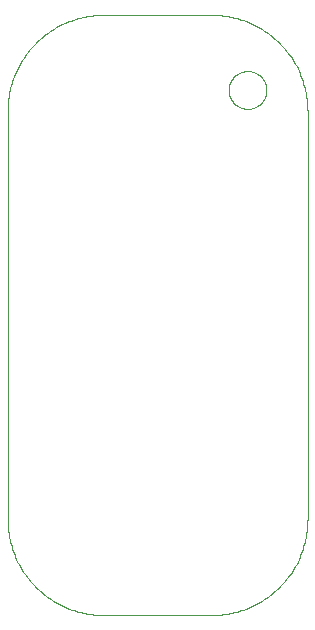
<source format=gko>
G75*
%MOIN*%
%OFA0B0*%
%FSLAX25Y25*%
%IPPOS*%
%LPD*%
%AMOC8*
5,1,8,0,0,1.08239X$1,22.5*
%
%ADD10C,0.00000*%
D10*
X0001800Y0033816D02*
X0001800Y0169784D01*
X0001810Y0170570D01*
X0001839Y0171355D01*
X0001887Y0172139D01*
X0001954Y0172922D01*
X0002041Y0173703D01*
X0002147Y0174482D01*
X0002271Y0175258D01*
X0002415Y0176030D01*
X0002578Y0176799D01*
X0002759Y0177563D01*
X0002960Y0178323D01*
X0003179Y0179078D01*
X0003416Y0179827D01*
X0003672Y0180570D01*
X0003945Y0181306D01*
X0004237Y0182036D01*
X0004547Y0182758D01*
X0004874Y0183473D01*
X0005219Y0184179D01*
X0005580Y0184876D01*
X0005959Y0185565D01*
X0006355Y0186244D01*
X0006767Y0186912D01*
X0007196Y0187571D01*
X0007640Y0188219D01*
X0008101Y0188856D01*
X0008576Y0189481D01*
X0009067Y0190095D01*
X0009573Y0190696D01*
X0010094Y0191285D01*
X0010629Y0191860D01*
X0011177Y0192423D01*
X0011740Y0192971D01*
X0012315Y0193506D01*
X0012904Y0194027D01*
X0013505Y0194533D01*
X0014119Y0195024D01*
X0014744Y0195499D01*
X0015381Y0195960D01*
X0016029Y0196404D01*
X0016688Y0196833D01*
X0017356Y0197245D01*
X0018035Y0197641D01*
X0018724Y0198020D01*
X0019421Y0198381D01*
X0020127Y0198726D01*
X0020842Y0199053D01*
X0021564Y0199363D01*
X0022294Y0199655D01*
X0023030Y0199928D01*
X0023773Y0200184D01*
X0024522Y0200421D01*
X0025277Y0200640D01*
X0026037Y0200841D01*
X0026801Y0201022D01*
X0027570Y0201185D01*
X0028342Y0201329D01*
X0029118Y0201453D01*
X0029897Y0201559D01*
X0030678Y0201646D01*
X0031461Y0201713D01*
X0032245Y0201761D01*
X0033030Y0201790D01*
X0033816Y0201800D01*
X0069784Y0201800D01*
X0075501Y0176800D02*
X0075503Y0176958D01*
X0075509Y0177116D01*
X0075519Y0177274D01*
X0075533Y0177432D01*
X0075551Y0177589D01*
X0075572Y0177746D01*
X0075598Y0177902D01*
X0075628Y0178058D01*
X0075661Y0178213D01*
X0075699Y0178366D01*
X0075740Y0178519D01*
X0075785Y0178671D01*
X0075834Y0178822D01*
X0075887Y0178971D01*
X0075943Y0179119D01*
X0076003Y0179265D01*
X0076067Y0179410D01*
X0076135Y0179553D01*
X0076206Y0179695D01*
X0076280Y0179835D01*
X0076358Y0179972D01*
X0076440Y0180108D01*
X0076524Y0180242D01*
X0076613Y0180373D01*
X0076704Y0180502D01*
X0076799Y0180629D01*
X0076896Y0180754D01*
X0076997Y0180876D01*
X0077101Y0180995D01*
X0077208Y0181112D01*
X0077318Y0181226D01*
X0077431Y0181337D01*
X0077546Y0181446D01*
X0077664Y0181551D01*
X0077785Y0181653D01*
X0077908Y0181753D01*
X0078034Y0181849D01*
X0078162Y0181942D01*
X0078292Y0182032D01*
X0078425Y0182118D01*
X0078560Y0182202D01*
X0078696Y0182281D01*
X0078835Y0182358D01*
X0078976Y0182430D01*
X0079118Y0182500D01*
X0079262Y0182565D01*
X0079408Y0182627D01*
X0079555Y0182685D01*
X0079704Y0182740D01*
X0079854Y0182791D01*
X0080005Y0182838D01*
X0080157Y0182881D01*
X0080310Y0182920D01*
X0080465Y0182956D01*
X0080620Y0182987D01*
X0080776Y0183015D01*
X0080932Y0183039D01*
X0081089Y0183059D01*
X0081247Y0183075D01*
X0081404Y0183087D01*
X0081563Y0183095D01*
X0081721Y0183099D01*
X0081879Y0183099D01*
X0082037Y0183095D01*
X0082196Y0183087D01*
X0082353Y0183075D01*
X0082511Y0183059D01*
X0082668Y0183039D01*
X0082824Y0183015D01*
X0082980Y0182987D01*
X0083135Y0182956D01*
X0083290Y0182920D01*
X0083443Y0182881D01*
X0083595Y0182838D01*
X0083746Y0182791D01*
X0083896Y0182740D01*
X0084045Y0182685D01*
X0084192Y0182627D01*
X0084338Y0182565D01*
X0084482Y0182500D01*
X0084624Y0182430D01*
X0084765Y0182358D01*
X0084904Y0182281D01*
X0085040Y0182202D01*
X0085175Y0182118D01*
X0085308Y0182032D01*
X0085438Y0181942D01*
X0085566Y0181849D01*
X0085692Y0181753D01*
X0085815Y0181653D01*
X0085936Y0181551D01*
X0086054Y0181446D01*
X0086169Y0181337D01*
X0086282Y0181226D01*
X0086392Y0181112D01*
X0086499Y0180995D01*
X0086603Y0180876D01*
X0086704Y0180754D01*
X0086801Y0180629D01*
X0086896Y0180502D01*
X0086987Y0180373D01*
X0087076Y0180242D01*
X0087160Y0180108D01*
X0087242Y0179972D01*
X0087320Y0179835D01*
X0087394Y0179695D01*
X0087465Y0179553D01*
X0087533Y0179410D01*
X0087597Y0179265D01*
X0087657Y0179119D01*
X0087713Y0178971D01*
X0087766Y0178822D01*
X0087815Y0178671D01*
X0087860Y0178519D01*
X0087901Y0178366D01*
X0087939Y0178213D01*
X0087972Y0178058D01*
X0088002Y0177902D01*
X0088028Y0177746D01*
X0088049Y0177589D01*
X0088067Y0177432D01*
X0088081Y0177274D01*
X0088091Y0177116D01*
X0088097Y0176958D01*
X0088099Y0176800D01*
X0088097Y0176642D01*
X0088091Y0176484D01*
X0088081Y0176326D01*
X0088067Y0176168D01*
X0088049Y0176011D01*
X0088028Y0175854D01*
X0088002Y0175698D01*
X0087972Y0175542D01*
X0087939Y0175387D01*
X0087901Y0175234D01*
X0087860Y0175081D01*
X0087815Y0174929D01*
X0087766Y0174778D01*
X0087713Y0174629D01*
X0087657Y0174481D01*
X0087597Y0174335D01*
X0087533Y0174190D01*
X0087465Y0174047D01*
X0087394Y0173905D01*
X0087320Y0173765D01*
X0087242Y0173628D01*
X0087160Y0173492D01*
X0087076Y0173358D01*
X0086987Y0173227D01*
X0086896Y0173098D01*
X0086801Y0172971D01*
X0086704Y0172846D01*
X0086603Y0172724D01*
X0086499Y0172605D01*
X0086392Y0172488D01*
X0086282Y0172374D01*
X0086169Y0172263D01*
X0086054Y0172154D01*
X0085936Y0172049D01*
X0085815Y0171947D01*
X0085692Y0171847D01*
X0085566Y0171751D01*
X0085438Y0171658D01*
X0085308Y0171568D01*
X0085175Y0171482D01*
X0085040Y0171398D01*
X0084904Y0171319D01*
X0084765Y0171242D01*
X0084624Y0171170D01*
X0084482Y0171100D01*
X0084338Y0171035D01*
X0084192Y0170973D01*
X0084045Y0170915D01*
X0083896Y0170860D01*
X0083746Y0170809D01*
X0083595Y0170762D01*
X0083443Y0170719D01*
X0083290Y0170680D01*
X0083135Y0170644D01*
X0082980Y0170613D01*
X0082824Y0170585D01*
X0082668Y0170561D01*
X0082511Y0170541D01*
X0082353Y0170525D01*
X0082196Y0170513D01*
X0082037Y0170505D01*
X0081879Y0170501D01*
X0081721Y0170501D01*
X0081563Y0170505D01*
X0081404Y0170513D01*
X0081247Y0170525D01*
X0081089Y0170541D01*
X0080932Y0170561D01*
X0080776Y0170585D01*
X0080620Y0170613D01*
X0080465Y0170644D01*
X0080310Y0170680D01*
X0080157Y0170719D01*
X0080005Y0170762D01*
X0079854Y0170809D01*
X0079704Y0170860D01*
X0079555Y0170915D01*
X0079408Y0170973D01*
X0079262Y0171035D01*
X0079118Y0171100D01*
X0078976Y0171170D01*
X0078835Y0171242D01*
X0078696Y0171319D01*
X0078560Y0171398D01*
X0078425Y0171482D01*
X0078292Y0171568D01*
X0078162Y0171658D01*
X0078034Y0171751D01*
X0077908Y0171847D01*
X0077785Y0171947D01*
X0077664Y0172049D01*
X0077546Y0172154D01*
X0077431Y0172263D01*
X0077318Y0172374D01*
X0077208Y0172488D01*
X0077101Y0172605D01*
X0076997Y0172724D01*
X0076896Y0172846D01*
X0076799Y0172971D01*
X0076704Y0173098D01*
X0076613Y0173227D01*
X0076524Y0173358D01*
X0076440Y0173492D01*
X0076358Y0173628D01*
X0076280Y0173765D01*
X0076206Y0173905D01*
X0076135Y0174047D01*
X0076067Y0174190D01*
X0076003Y0174335D01*
X0075943Y0174481D01*
X0075887Y0174629D01*
X0075834Y0174778D01*
X0075785Y0174929D01*
X0075740Y0175081D01*
X0075699Y0175234D01*
X0075661Y0175387D01*
X0075628Y0175542D01*
X0075598Y0175698D01*
X0075572Y0175854D01*
X0075551Y0176011D01*
X0075533Y0176168D01*
X0075519Y0176326D01*
X0075509Y0176484D01*
X0075503Y0176642D01*
X0075501Y0176800D01*
X0069784Y0201800D02*
X0070558Y0201791D01*
X0071331Y0201763D01*
X0072103Y0201716D01*
X0072874Y0201651D01*
X0073643Y0201567D01*
X0074410Y0201464D01*
X0075174Y0201343D01*
X0075935Y0201204D01*
X0076693Y0201046D01*
X0077446Y0200870D01*
X0078195Y0200675D01*
X0078939Y0200463D01*
X0079677Y0200233D01*
X0080410Y0199985D01*
X0081137Y0199719D01*
X0081857Y0199436D01*
X0082570Y0199136D01*
X0083276Y0198818D01*
X0083973Y0198484D01*
X0084663Y0198133D01*
X0085343Y0197765D01*
X0086015Y0197381D01*
X0086677Y0196981D01*
X0087329Y0196564D01*
X0087971Y0196133D01*
X0088603Y0195685D01*
X0089223Y0195223D01*
X0089832Y0194746D01*
X0090429Y0194254D01*
X0091015Y0193748D01*
X0091587Y0193228D01*
X0092148Y0192695D01*
X0092695Y0192148D01*
X0093228Y0191587D01*
X0093748Y0191015D01*
X0094254Y0190429D01*
X0094746Y0189832D01*
X0095223Y0189223D01*
X0095685Y0188603D01*
X0096133Y0187971D01*
X0096564Y0187329D01*
X0096981Y0186677D01*
X0097381Y0186015D01*
X0097765Y0185343D01*
X0098133Y0184663D01*
X0098484Y0183973D01*
X0098818Y0183276D01*
X0099136Y0182570D01*
X0099436Y0181857D01*
X0099719Y0181137D01*
X0099985Y0180410D01*
X0100233Y0179677D01*
X0100463Y0178939D01*
X0100675Y0178195D01*
X0100870Y0177446D01*
X0101046Y0176693D01*
X0101204Y0175935D01*
X0101343Y0175174D01*
X0101464Y0174410D01*
X0101567Y0173643D01*
X0101651Y0172874D01*
X0101716Y0172103D01*
X0101763Y0171331D01*
X0101791Y0170558D01*
X0101800Y0169784D01*
X0101800Y0033816D01*
X0101791Y0033042D01*
X0101763Y0032269D01*
X0101716Y0031497D01*
X0101651Y0030726D01*
X0101567Y0029957D01*
X0101464Y0029190D01*
X0101343Y0028426D01*
X0101204Y0027665D01*
X0101046Y0026907D01*
X0100870Y0026154D01*
X0100675Y0025405D01*
X0100463Y0024661D01*
X0100233Y0023923D01*
X0099985Y0023190D01*
X0099719Y0022463D01*
X0099436Y0021743D01*
X0099136Y0021030D01*
X0098818Y0020324D01*
X0098484Y0019627D01*
X0098133Y0018937D01*
X0097765Y0018257D01*
X0097381Y0017585D01*
X0096981Y0016923D01*
X0096564Y0016271D01*
X0096133Y0015629D01*
X0095685Y0014997D01*
X0095223Y0014377D01*
X0094746Y0013768D01*
X0094254Y0013171D01*
X0093748Y0012585D01*
X0093228Y0012013D01*
X0092695Y0011452D01*
X0092148Y0010905D01*
X0091587Y0010372D01*
X0091015Y0009852D01*
X0090429Y0009346D01*
X0089832Y0008854D01*
X0089223Y0008377D01*
X0088603Y0007915D01*
X0087971Y0007467D01*
X0087329Y0007036D01*
X0086677Y0006619D01*
X0086015Y0006219D01*
X0085343Y0005835D01*
X0084663Y0005467D01*
X0083973Y0005116D01*
X0083276Y0004782D01*
X0082570Y0004464D01*
X0081857Y0004164D01*
X0081137Y0003881D01*
X0080410Y0003615D01*
X0079677Y0003367D01*
X0078939Y0003137D01*
X0078195Y0002925D01*
X0077446Y0002730D01*
X0076693Y0002554D01*
X0075935Y0002396D01*
X0075174Y0002257D01*
X0074410Y0002136D01*
X0073643Y0002033D01*
X0072874Y0001949D01*
X0072103Y0001884D01*
X0071331Y0001837D01*
X0070558Y0001809D01*
X0069784Y0001800D01*
X0033816Y0001800D01*
X0033042Y0001809D01*
X0032269Y0001837D01*
X0031497Y0001884D01*
X0030726Y0001949D01*
X0029957Y0002033D01*
X0029190Y0002136D01*
X0028426Y0002257D01*
X0027665Y0002396D01*
X0026907Y0002554D01*
X0026154Y0002730D01*
X0025405Y0002925D01*
X0024661Y0003137D01*
X0023923Y0003367D01*
X0023190Y0003615D01*
X0022463Y0003881D01*
X0021743Y0004164D01*
X0021030Y0004464D01*
X0020324Y0004782D01*
X0019627Y0005116D01*
X0018937Y0005467D01*
X0018257Y0005835D01*
X0017585Y0006219D01*
X0016923Y0006619D01*
X0016271Y0007036D01*
X0015629Y0007467D01*
X0014997Y0007915D01*
X0014377Y0008377D01*
X0013768Y0008854D01*
X0013171Y0009346D01*
X0012585Y0009852D01*
X0012013Y0010372D01*
X0011452Y0010905D01*
X0010905Y0011452D01*
X0010372Y0012013D01*
X0009852Y0012585D01*
X0009346Y0013171D01*
X0008854Y0013768D01*
X0008377Y0014377D01*
X0007915Y0014997D01*
X0007467Y0015629D01*
X0007036Y0016271D01*
X0006619Y0016923D01*
X0006219Y0017585D01*
X0005835Y0018257D01*
X0005467Y0018937D01*
X0005116Y0019627D01*
X0004782Y0020324D01*
X0004464Y0021030D01*
X0004164Y0021743D01*
X0003881Y0022463D01*
X0003615Y0023190D01*
X0003367Y0023923D01*
X0003137Y0024661D01*
X0002925Y0025405D01*
X0002730Y0026154D01*
X0002554Y0026907D01*
X0002396Y0027665D01*
X0002257Y0028426D01*
X0002136Y0029190D01*
X0002033Y0029957D01*
X0001949Y0030726D01*
X0001884Y0031497D01*
X0001837Y0032269D01*
X0001809Y0033042D01*
X0001800Y0033816D01*
M02*

</source>
